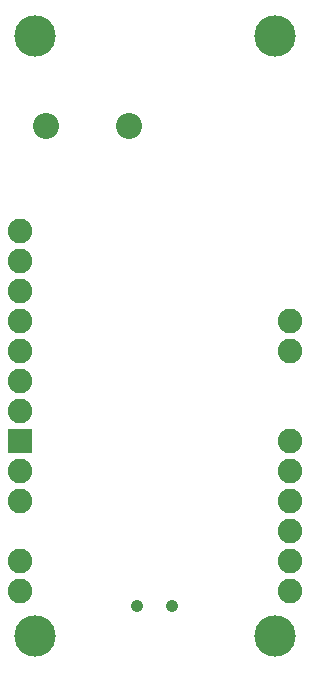
<source format=gbr>
G04 EAGLE Gerber RS-274X export*
G75*
%MOMM*%
%FSLAX34Y34*%
%LPD*%
%INSoldermask Bottom*%
%IPPOS*%
%AMOC8*
5,1,8,0,0,1.08239X$1,22.5*%
G01*
%ADD10C,1.053200*%
%ADD11C,2.082800*%
%ADD12R,2.082800X2.082800*%
%ADD13C,2.203200*%
%ADD14C,3.505200*%


D10*
X112000Y50800D03*
X142000Y50800D03*
D11*
X12700Y63500D03*
X12700Y88900D03*
X12700Y139700D03*
X12700Y165100D03*
X241300Y63500D03*
X241300Y88900D03*
X241300Y114300D03*
X241300Y139700D03*
X241300Y165100D03*
X241300Y190500D03*
D12*
X12700Y190500D03*
D11*
X12700Y215900D03*
X12700Y241300D03*
X12700Y266700D03*
X12700Y292100D03*
X12700Y317500D03*
X12700Y342900D03*
X12700Y368300D03*
X241300Y266700D03*
X241300Y292100D03*
D13*
X35000Y457200D03*
X105000Y457200D03*
D14*
X228600Y533400D03*
X25400Y533400D03*
X25400Y25400D03*
X228600Y25400D03*
M02*

</source>
